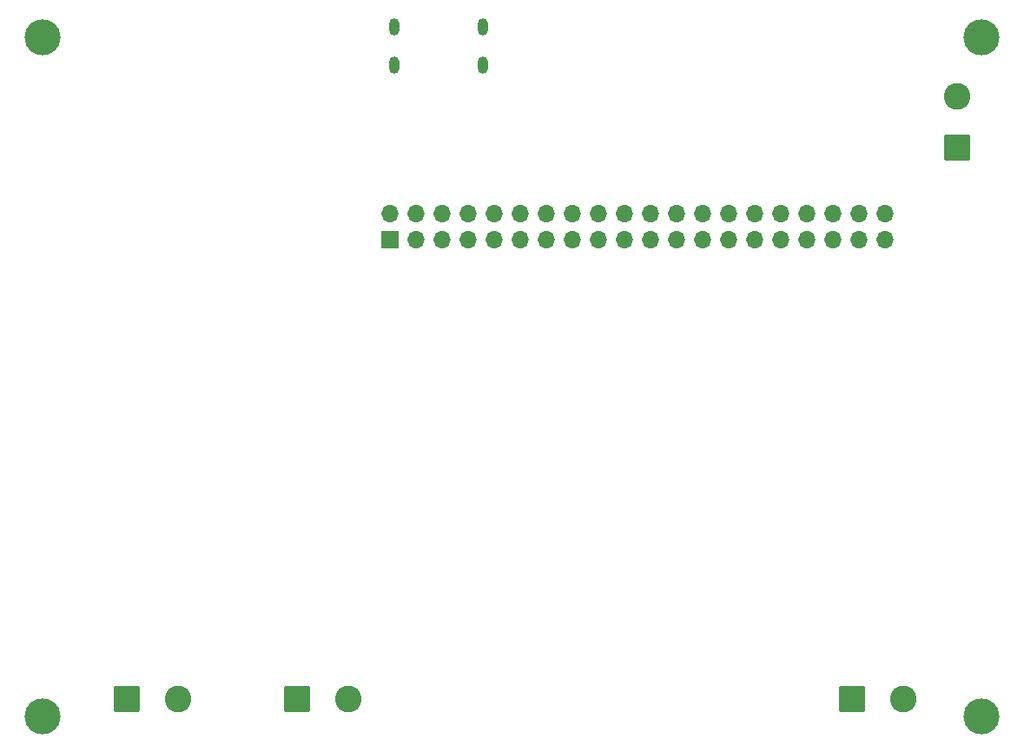
<source format=gbr>
%TF.GenerationSoftware,KiCad,Pcbnew,9.0.0*%
%TF.CreationDate,2025-03-09T23:13:35+01:00*%
%TF.ProjectId,hotline,686f746c-696e-4652-9e6b-696361645f70,rev?*%
%TF.SameCoordinates,Original*%
%TF.FileFunction,Soldermask,Bot*%
%TF.FilePolarity,Negative*%
%FSLAX46Y46*%
G04 Gerber Fmt 4.6, Leading zero omitted, Abs format (unit mm)*
G04 Created by KiCad (PCBNEW 9.0.0) date 2025-03-09 23:13:35*
%MOMM*%
%LPD*%
G01*
G04 APERTURE LIST*
G04 Aperture macros list*
%AMRoundRect*
0 Rectangle with rounded corners*
0 $1 Rounding radius*
0 $2 $3 $4 $5 $6 $7 $8 $9 X,Y pos of 4 corners*
0 Add a 4 corners polygon primitive as box body*
4,1,4,$2,$3,$4,$5,$6,$7,$8,$9,$2,$3,0*
0 Add four circle primitives for the rounded corners*
1,1,$1+$1,$2,$3*
1,1,$1+$1,$4,$5*
1,1,$1+$1,$6,$7*
1,1,$1+$1,$8,$9*
0 Add four rect primitives between the rounded corners*
20,1,$1+$1,$2,$3,$4,$5,0*
20,1,$1+$1,$4,$5,$6,$7,0*
20,1,$1+$1,$6,$7,$8,$9,0*
20,1,$1+$1,$8,$9,$2,$3,0*%
G04 Aperture macros list end*
%ADD10C,3.500000*%
%ADD11O,1.000000X1.700000*%
%ADD12RoundRect,0.250000X-1.050000X-1.050000X1.050000X-1.050000X1.050000X1.050000X-1.050000X1.050000X0*%
%ADD13C,2.600000*%
%ADD14R,1.700000X1.700000*%
%ADD15O,1.700000X1.700000*%
%ADD16RoundRect,0.250000X1.050000X-1.050000X1.050000X1.050000X-1.050000X1.050000X-1.050000X-1.050000X0*%
G04 APERTURE END LIST*
D10*
%TO.C,H4*%
X185800000Y-135800000D03*
%TD*%
D11*
%TO.C,J1*%
X137170000Y-72360000D03*
X137170000Y-68560000D03*
X128530000Y-72360000D03*
X128530000Y-68560000D03*
%TD*%
D12*
%TO.C,SW1*%
X119100000Y-134117500D03*
D13*
X124100000Y-134117500D03*
%TD*%
D12*
%TO.C,SW2*%
X173150000Y-134117500D03*
D13*
X178150000Y-134117500D03*
%TD*%
D10*
%TO.C,H3*%
X94250000Y-135800000D03*
%TD*%
%TO.C,H2*%
X94250000Y-69650000D03*
%TD*%
D14*
%TO.C,J2*%
X128160000Y-89350000D03*
D15*
X128160000Y-86810000D03*
X130700000Y-89350000D03*
X130700000Y-86810000D03*
X133240000Y-89350000D03*
X133240000Y-86810000D03*
X135780000Y-89350000D03*
X135780000Y-86810000D03*
X138320000Y-89350000D03*
X138320000Y-86810000D03*
X140860000Y-89350000D03*
X140860000Y-86810000D03*
X143400000Y-89350000D03*
X143400000Y-86810000D03*
X145940000Y-89350000D03*
X145940000Y-86810000D03*
X148480000Y-89350000D03*
X148480000Y-86810000D03*
X151020000Y-89350000D03*
X151020000Y-86810000D03*
X153560000Y-89350000D03*
X153560000Y-86810000D03*
X156100000Y-89350000D03*
X156100000Y-86810000D03*
X158640000Y-89350000D03*
X158640000Y-86810000D03*
X161180000Y-89350000D03*
X161180000Y-86810000D03*
X163720000Y-89350000D03*
X163720000Y-86810000D03*
X166260000Y-89350000D03*
X166260000Y-86810000D03*
X168800000Y-89350000D03*
X168800000Y-86810000D03*
X171340000Y-89350000D03*
X171340000Y-86810000D03*
X173880000Y-89350000D03*
X173880000Y-86810000D03*
X176420000Y-89350000D03*
X176420000Y-86810000D03*
%TD*%
D10*
%TO.C,H1*%
X185800000Y-69650000D03*
%TD*%
D12*
%TO.C,LS1*%
X102500000Y-134117500D03*
D13*
X107500000Y-134117500D03*
%TD*%
D16*
%TO.C,MK1*%
X183417500Y-80400000D03*
D13*
X183417500Y-75400000D03*
%TD*%
M02*

</source>
